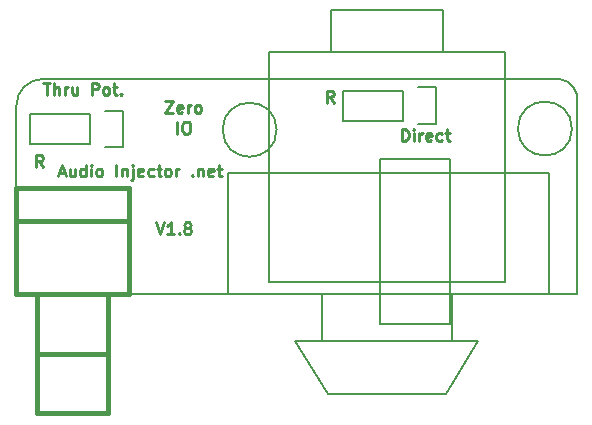
<source format=gto>
G04 #@! TF.FileFunction,Legend,Top*
%FSLAX45Y45*%
G04 Gerber Fmt 4.5, Leading zero omitted, Abs format (unit mm)*
G04 Created by KiCad (PCBNEW 4.0.6+dfsg1-1) date Sat Nov  4 13:52:50 2017*
%MOMM*%
%LPD*%
G01*
G04 APERTURE LIST*
%ADD10C,0.150000*%
%ADD11C,0.250000*%
%ADD12C,0.381000*%
G04 APERTURE END LIST*
D10*
D11*
X12910952Y-13690238D02*
X12877619Y-13642619D01*
X12853809Y-13690238D02*
X12853809Y-13590238D01*
X12891905Y-13590238D01*
X12901429Y-13595000D01*
X12906190Y-13599762D01*
X12910952Y-13609286D01*
X12910952Y-13623571D01*
X12906190Y-13633095D01*
X12901429Y-13637857D01*
X12891905Y-13642619D01*
X12853809Y-13642619D01*
X10450952Y-14235238D02*
X10417619Y-14187619D01*
X10393810Y-14235238D02*
X10393810Y-14135238D01*
X10431905Y-14135238D01*
X10441429Y-14140000D01*
X10446191Y-14144762D01*
X10450952Y-14154286D01*
X10450952Y-14168571D01*
X10446191Y-14178095D01*
X10441429Y-14182857D01*
X10431905Y-14187619D01*
X10393810Y-14187619D01*
X10454286Y-13525238D02*
X10511429Y-13525238D01*
X10482857Y-13625238D02*
X10482857Y-13525238D01*
X10544762Y-13625238D02*
X10544762Y-13525238D01*
X10587619Y-13625238D02*
X10587619Y-13572857D01*
X10582857Y-13563333D01*
X10573333Y-13558571D01*
X10559048Y-13558571D01*
X10549524Y-13563333D01*
X10544762Y-13568095D01*
X10635238Y-13625238D02*
X10635238Y-13558571D01*
X10635238Y-13577619D02*
X10640000Y-13568095D01*
X10644762Y-13563333D01*
X10654286Y-13558571D01*
X10663810Y-13558571D01*
X10740000Y-13558571D02*
X10740000Y-13625238D01*
X10697143Y-13558571D02*
X10697143Y-13610952D01*
X10701905Y-13620476D01*
X10711429Y-13625238D01*
X10725714Y-13625238D01*
X10735238Y-13620476D01*
X10740000Y-13615714D01*
X10863810Y-13625238D02*
X10863810Y-13525238D01*
X10901905Y-13525238D01*
X10911429Y-13530000D01*
X10916191Y-13534762D01*
X10920953Y-13544286D01*
X10920953Y-13558571D01*
X10916191Y-13568095D01*
X10911429Y-13572857D01*
X10901905Y-13577619D01*
X10863810Y-13577619D01*
X10978095Y-13625238D02*
X10968572Y-13620476D01*
X10963810Y-13615714D01*
X10959048Y-13606190D01*
X10959048Y-13577619D01*
X10963810Y-13568095D01*
X10968572Y-13563333D01*
X10978095Y-13558571D01*
X10992381Y-13558571D01*
X11001905Y-13563333D01*
X11006667Y-13568095D01*
X11011429Y-13577619D01*
X11011429Y-13606190D01*
X11006667Y-13615714D01*
X11001905Y-13620476D01*
X10992381Y-13625238D01*
X10978095Y-13625238D01*
X11040000Y-13558571D02*
X11078095Y-13558571D01*
X11054286Y-13525238D02*
X11054286Y-13610952D01*
X11059048Y-13620476D01*
X11068572Y-13625238D01*
X11078095Y-13625238D01*
X11111429Y-13615714D02*
X11116191Y-13620476D01*
X11111429Y-13625238D01*
X11106667Y-13620476D01*
X11111429Y-13615714D01*
X11111429Y-13625238D01*
X11407619Y-14705238D02*
X11440952Y-14805238D01*
X11474286Y-14705238D01*
X11560000Y-14805238D02*
X11502857Y-14805238D01*
X11531429Y-14805238D02*
X11531429Y-14705238D01*
X11521905Y-14719524D01*
X11512381Y-14729048D01*
X11502857Y-14733809D01*
X11602857Y-14795714D02*
X11607619Y-14800476D01*
X11602857Y-14805238D01*
X11598095Y-14800476D01*
X11602857Y-14795714D01*
X11602857Y-14805238D01*
X11664762Y-14748095D02*
X11655238Y-14743333D01*
X11650476Y-14738571D01*
X11645714Y-14729048D01*
X11645714Y-14724286D01*
X11650476Y-14714762D01*
X11655238Y-14710000D01*
X11664762Y-14705238D01*
X11683810Y-14705238D01*
X11693333Y-14710000D01*
X11698095Y-14714762D01*
X11702857Y-14724286D01*
X11702857Y-14729048D01*
X11698095Y-14738571D01*
X11693333Y-14743333D01*
X11683810Y-14748095D01*
X11664762Y-14748095D01*
X11655238Y-14752857D01*
X11650476Y-14757619D01*
X11645714Y-14767143D01*
X11645714Y-14786190D01*
X11650476Y-14795714D01*
X11655238Y-14800476D01*
X11664762Y-14805238D01*
X11683810Y-14805238D01*
X11693333Y-14800476D01*
X11698095Y-14795714D01*
X11702857Y-14786190D01*
X11702857Y-14767143D01*
X11698095Y-14757619D01*
X11693333Y-14752857D01*
X11683810Y-14748095D01*
X10586667Y-14286667D02*
X10634286Y-14286667D01*
X10577143Y-14315238D02*
X10610476Y-14215238D01*
X10643810Y-14315238D01*
X10720000Y-14248571D02*
X10720000Y-14315238D01*
X10677143Y-14248571D02*
X10677143Y-14300952D01*
X10681905Y-14310476D01*
X10691429Y-14315238D01*
X10705714Y-14315238D01*
X10715238Y-14310476D01*
X10720000Y-14305714D01*
X10810476Y-14315238D02*
X10810476Y-14215238D01*
X10810476Y-14310476D02*
X10800952Y-14315238D01*
X10781905Y-14315238D01*
X10772381Y-14310476D01*
X10767619Y-14305714D01*
X10762857Y-14296190D01*
X10762857Y-14267619D01*
X10767619Y-14258095D01*
X10772381Y-14253333D01*
X10781905Y-14248571D01*
X10800952Y-14248571D01*
X10810476Y-14253333D01*
X10858095Y-14315238D02*
X10858095Y-14248571D01*
X10858095Y-14215238D02*
X10853333Y-14220000D01*
X10858095Y-14224762D01*
X10862857Y-14220000D01*
X10858095Y-14215238D01*
X10858095Y-14224762D01*
X10920000Y-14315238D02*
X10910476Y-14310476D01*
X10905714Y-14305714D01*
X10900952Y-14296190D01*
X10900952Y-14267619D01*
X10905714Y-14258095D01*
X10910476Y-14253333D01*
X10920000Y-14248571D01*
X10934286Y-14248571D01*
X10943810Y-14253333D01*
X10948571Y-14258095D01*
X10953333Y-14267619D01*
X10953333Y-14296190D01*
X10948571Y-14305714D01*
X10943810Y-14310476D01*
X10934286Y-14315238D01*
X10920000Y-14315238D01*
X11072381Y-14315238D02*
X11072381Y-14215238D01*
X11120000Y-14248571D02*
X11120000Y-14315238D01*
X11120000Y-14258095D02*
X11124762Y-14253333D01*
X11134286Y-14248571D01*
X11148571Y-14248571D01*
X11158095Y-14253333D01*
X11162857Y-14262857D01*
X11162857Y-14315238D01*
X11210476Y-14248571D02*
X11210476Y-14334286D01*
X11205714Y-14343809D01*
X11196190Y-14348571D01*
X11191428Y-14348571D01*
X11210476Y-14215238D02*
X11205714Y-14220000D01*
X11210476Y-14224762D01*
X11215238Y-14220000D01*
X11210476Y-14215238D01*
X11210476Y-14224762D01*
X11296190Y-14310476D02*
X11286667Y-14315238D01*
X11267619Y-14315238D01*
X11258095Y-14310476D01*
X11253333Y-14300952D01*
X11253333Y-14262857D01*
X11258095Y-14253333D01*
X11267619Y-14248571D01*
X11286667Y-14248571D01*
X11296190Y-14253333D01*
X11300952Y-14262857D01*
X11300952Y-14272381D01*
X11253333Y-14281905D01*
X11386667Y-14310476D02*
X11377143Y-14315238D01*
X11358095Y-14315238D01*
X11348571Y-14310476D01*
X11343809Y-14305714D01*
X11339047Y-14296190D01*
X11339047Y-14267619D01*
X11343809Y-14258095D01*
X11348571Y-14253333D01*
X11358095Y-14248571D01*
X11377143Y-14248571D01*
X11386667Y-14253333D01*
X11415238Y-14248571D02*
X11453333Y-14248571D01*
X11429524Y-14215238D02*
X11429524Y-14300952D01*
X11434286Y-14310476D01*
X11443809Y-14315238D01*
X11453333Y-14315238D01*
X11500952Y-14315238D02*
X11491428Y-14310476D01*
X11486667Y-14305714D01*
X11481905Y-14296190D01*
X11481905Y-14267619D01*
X11486667Y-14258095D01*
X11491428Y-14253333D01*
X11500952Y-14248571D01*
X11515238Y-14248571D01*
X11524762Y-14253333D01*
X11529524Y-14258095D01*
X11534286Y-14267619D01*
X11534286Y-14296190D01*
X11529524Y-14305714D01*
X11524762Y-14310476D01*
X11515238Y-14315238D01*
X11500952Y-14315238D01*
X11577143Y-14315238D02*
X11577143Y-14248571D01*
X11577143Y-14267619D02*
X11581905Y-14258095D01*
X11586667Y-14253333D01*
X11596190Y-14248571D01*
X11605714Y-14248571D01*
X11715238Y-14305714D02*
X11720000Y-14310476D01*
X11715238Y-14315238D01*
X11710476Y-14310476D01*
X11715238Y-14305714D01*
X11715238Y-14315238D01*
X11762857Y-14248571D02*
X11762857Y-14315238D01*
X11762857Y-14258095D02*
X11767619Y-14253333D01*
X11777143Y-14248571D01*
X11791429Y-14248571D01*
X11800952Y-14253333D01*
X11805714Y-14262857D01*
X11805714Y-14315238D01*
X11891429Y-14310476D02*
X11881905Y-14315238D01*
X11862857Y-14315238D01*
X11853333Y-14310476D01*
X11848571Y-14300952D01*
X11848571Y-14262857D01*
X11853333Y-14253333D01*
X11862857Y-14248571D01*
X11881905Y-14248571D01*
X11891429Y-14253333D01*
X11896190Y-14262857D01*
X11896190Y-14272381D01*
X11848571Y-14281905D01*
X11924762Y-14248571D02*
X11962857Y-14248571D01*
X11939048Y-14215238D02*
X11939048Y-14300952D01*
X11943809Y-14310476D01*
X11953333Y-14315238D01*
X11962857Y-14315238D01*
X13489762Y-14015238D02*
X13489762Y-13915238D01*
X13513571Y-13915238D01*
X13527857Y-13920000D01*
X13537381Y-13929524D01*
X13542143Y-13939048D01*
X13546905Y-13958095D01*
X13546905Y-13972381D01*
X13542143Y-13991429D01*
X13537381Y-14000952D01*
X13527857Y-14010476D01*
X13513571Y-14015238D01*
X13489762Y-14015238D01*
X13589762Y-14015238D02*
X13589762Y-13948571D01*
X13589762Y-13915238D02*
X13585000Y-13920000D01*
X13589762Y-13924762D01*
X13594524Y-13920000D01*
X13589762Y-13915238D01*
X13589762Y-13924762D01*
X13637381Y-14015238D02*
X13637381Y-13948571D01*
X13637381Y-13967619D02*
X13642143Y-13958095D01*
X13646905Y-13953333D01*
X13656428Y-13948571D01*
X13665952Y-13948571D01*
X13737381Y-14010476D02*
X13727857Y-14015238D01*
X13708809Y-14015238D01*
X13699286Y-14010476D01*
X13694524Y-14000952D01*
X13694524Y-13962857D01*
X13699286Y-13953333D01*
X13708809Y-13948571D01*
X13727857Y-13948571D01*
X13737381Y-13953333D01*
X13742143Y-13962857D01*
X13742143Y-13972381D01*
X13694524Y-13981905D01*
X13827857Y-14010476D02*
X13818333Y-14015238D01*
X13799286Y-14015238D01*
X13789762Y-14010476D01*
X13785000Y-14005714D01*
X13780238Y-13996190D01*
X13780238Y-13967619D01*
X13785000Y-13958095D01*
X13789762Y-13953333D01*
X13799286Y-13948571D01*
X13818333Y-13948571D01*
X13827857Y-13953333D01*
X13856429Y-13948571D02*
X13894524Y-13948571D01*
X13870714Y-13915238D02*
X13870714Y-14000952D01*
X13875476Y-14010476D01*
X13885000Y-14015238D01*
X13894524Y-14015238D01*
X11487619Y-13677738D02*
X11554286Y-13677738D01*
X11487619Y-13777738D01*
X11554286Y-13777738D01*
X11630476Y-13772976D02*
X11620952Y-13777738D01*
X11601905Y-13777738D01*
X11592381Y-13772976D01*
X11587619Y-13763452D01*
X11587619Y-13725357D01*
X11592381Y-13715833D01*
X11601905Y-13711071D01*
X11620952Y-13711071D01*
X11630476Y-13715833D01*
X11635238Y-13725357D01*
X11635238Y-13734881D01*
X11587619Y-13744405D01*
X11678095Y-13777738D02*
X11678095Y-13711071D01*
X11678095Y-13730119D02*
X11682857Y-13720595D01*
X11687619Y-13715833D01*
X11697143Y-13711071D01*
X11706667Y-13711071D01*
X11754286Y-13777738D02*
X11744762Y-13772976D01*
X11740000Y-13768214D01*
X11735238Y-13758690D01*
X11735238Y-13730119D01*
X11740000Y-13720595D01*
X11744762Y-13715833D01*
X11754286Y-13711071D01*
X11768571Y-13711071D01*
X11778095Y-13715833D01*
X11782857Y-13720595D01*
X11787619Y-13730119D01*
X11787619Y-13758690D01*
X11782857Y-13768214D01*
X11778095Y-13772976D01*
X11768571Y-13777738D01*
X11754286Y-13777738D01*
X11587619Y-13952738D02*
X11587619Y-13852738D01*
X11654286Y-13852738D02*
X11673333Y-13852738D01*
X11682857Y-13857500D01*
X11692381Y-13867024D01*
X11697143Y-13886071D01*
X11697143Y-13919405D01*
X11692381Y-13938452D01*
X11682857Y-13947976D01*
X11673333Y-13952738D01*
X11654286Y-13952738D01*
X11644762Y-13947976D01*
X11635238Y-13938452D01*
X11630476Y-13919405D01*
X11630476Y-13886071D01*
X11635238Y-13867024D01*
X11644762Y-13857500D01*
X11654286Y-13852738D01*
D10*
X14975000Y-15315000D02*
X14975000Y-13690000D01*
X10450000Y-13490000D02*
X14825000Y-13490000D01*
X10225000Y-15315000D02*
X10225000Y-13715000D01*
X14975000Y-13690000D02*
G75*
G03X14825000Y-13490000I-175000J25000D01*
G01*
X10450000Y-13490000D02*
G75*
G03X10225000Y-13715000I0J-225000D01*
G01*
X14975000Y-15315000D02*
X10225000Y-15315000D01*
X10848000Y-13788000D02*
X10340000Y-13788000D01*
X10340000Y-13788000D02*
X10340000Y-14042000D01*
X10340000Y-14042000D02*
X10848000Y-14042000D01*
X11130000Y-14070000D02*
X10975000Y-14070000D01*
X10848000Y-14042000D02*
X10848000Y-13788000D01*
X10975000Y-13760000D02*
X11130000Y-13760000D01*
X11130000Y-13760000D02*
X11130000Y-14070000D01*
D12*
X10225020Y-14415078D02*
X11174980Y-14415078D01*
X11174980Y-14665014D02*
X11174980Y-14415078D01*
X10225020Y-14665014D02*
X10225020Y-14415078D01*
X10400026Y-15815126D02*
X10400026Y-16314998D01*
X10400026Y-16314998D02*
X10999974Y-16314998D01*
X10999974Y-16314998D02*
X10999974Y-15815126D01*
X10400026Y-15315000D02*
X10400026Y-15815126D01*
X10400026Y-15815126D02*
X10999974Y-15815126D01*
X10999974Y-15815126D02*
X10999974Y-15315000D01*
X11150088Y-15315000D02*
X10249912Y-15315000D01*
X10225020Y-14614976D02*
X10225020Y-15315000D01*
X11174980Y-14614976D02*
X11174980Y-15315000D01*
X10249912Y-14689906D02*
X11150088Y-14689906D01*
D10*
X13498000Y-13588000D02*
X12990000Y-13588000D01*
X12990000Y-13588000D02*
X12990000Y-13842000D01*
X12990000Y-13842000D02*
X13498000Y-13842000D01*
X13780000Y-13870000D02*
X13625000Y-13870000D01*
X13498000Y-13842000D02*
X13498000Y-13588000D01*
X13625000Y-13560000D02*
X13780000Y-13560000D01*
X13780000Y-13560000D02*
X13780000Y-13870000D01*
X13375000Y-15315000D02*
X14735000Y-15315000D01*
X14735000Y-15315000D02*
X14735000Y-14285000D01*
X14735000Y-14285000D02*
X12015000Y-14285000D01*
X12015000Y-14285000D02*
X12015000Y-15315000D01*
X12015000Y-15315000D02*
X13375000Y-15315000D01*
X13300000Y-15315000D02*
X13300000Y-15565000D01*
X13300000Y-15565000D02*
X13900000Y-15565000D01*
X13900000Y-15565000D02*
X13900000Y-15315000D01*
X13300000Y-15315000D02*
X13300000Y-14165000D01*
X13300000Y-14165000D02*
X13900000Y-14165000D01*
X13900000Y-14165000D02*
X13900000Y-15315000D01*
X13900000Y-15315000D02*
X13300000Y-15315000D01*
X12885000Y-13260000D02*
X12885000Y-12910000D01*
X12885000Y-12910000D02*
X13835000Y-12910000D01*
X13835000Y-12910000D02*
X13835000Y-13260000D01*
X13860000Y-16160000D02*
X12860000Y-16160000D01*
X14135000Y-15710000D02*
X13860000Y-16160000D01*
X12810000Y-15710000D02*
X12585000Y-15710000D01*
X14135000Y-15710000D02*
X13910000Y-15710000D01*
X12810000Y-15710000D02*
X12585000Y-15710000D01*
X12585000Y-15710000D02*
X12860000Y-16160000D01*
X12810000Y-15310000D02*
X12810000Y-15710000D01*
X12810000Y-15710000D02*
X13910000Y-15710000D01*
X13910000Y-15710000D02*
X13910000Y-15310000D01*
X14360000Y-15310000D02*
X12360000Y-15310000D01*
X14360000Y-15210000D02*
X12360000Y-15210000D01*
X12360000Y-13260000D02*
X14360000Y-13260000D01*
X14360000Y-15210000D02*
X14360000Y-13260000D01*
X12360000Y-15210000D02*
X12360000Y-13260000D01*
X12428600Y-13920000D02*
G75*
G03X12428600Y-13920000I-228600J0D01*
G01*
X14928600Y-13910000D02*
G75*
G03X14928600Y-13910000I-228600J0D01*
G01*
M02*

</source>
